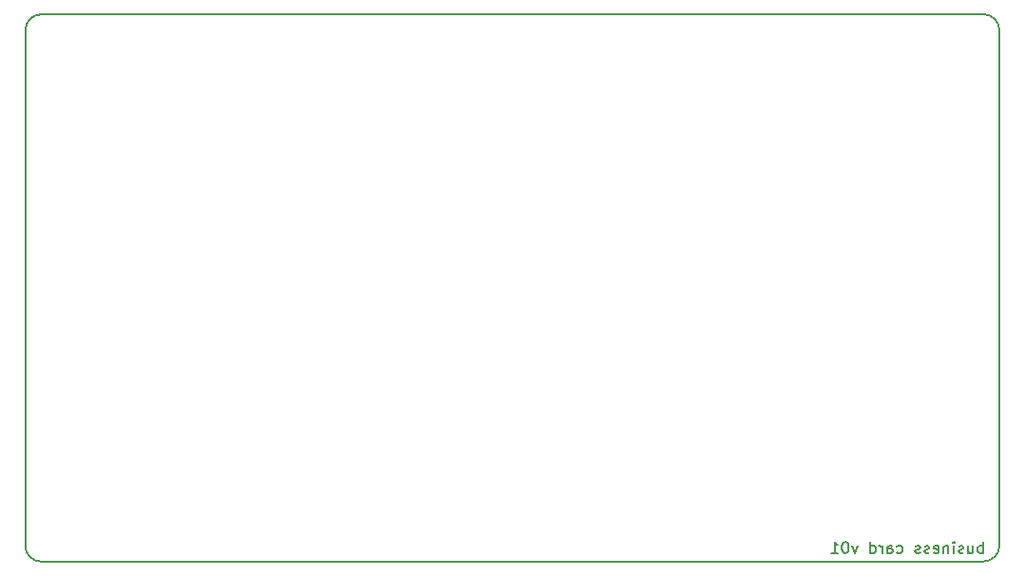
<source format=gbr>
%TF.GenerationSoftware,KiCad,Pcbnew,8.0.3*%
%TF.CreationDate,2024-06-29T12:04:23+02:00*%
%TF.ProjectId,naive-business-card,62757369-6e65-4737-935f-636172642e6b,v01*%
%TF.SameCoordinates,PX6590fa0PY7bfa480*%
%TF.FileFunction,Legend,Bot*%
%TF.FilePolarity,Positive*%
%FSLAX46Y46*%
G04 Gerber Fmt 4.6, Leading zero omitted, Abs format (unit mm)*
G04 Created by KiCad (PCBNEW 8.0.3) date 2024-06-29 12:04:23*
%MOMM*%
%LPD*%
G01*
G04 APERTURE LIST*
%ADD10C,0.150000*%
G04 APERTURE END LIST*
D10*
X88410051Y49010051D02*
X88410051Y2989949D01*
X3000000Y50400000D02*
X87010051Y50410051D01*
X1600000Y49000000D02*
G75*
G02*
X3000000Y50400000I1400000J0D01*
G01*
X87010051Y50410051D02*
G75*
G02*
X88410051Y49010051I-51J-1400051D01*
G01*
X1600000Y49000000D02*
X1589561Y2989949D01*
X2989949Y1589949D02*
X87010051Y1589949D01*
X2989949Y1589949D02*
G75*
G02*
X1589949Y2989949I51J1400051D01*
G01*
X88410051Y2989949D02*
G75*
G02*
X87010051Y1589949I-1400051J51D01*
G01*
X86963220Y2330181D02*
X86963220Y3330181D01*
X86963220Y2949229D02*
X86867982Y2996848D01*
X86867982Y2996848D02*
X86677506Y2996848D01*
X86677506Y2996848D02*
X86582268Y2949229D01*
X86582268Y2949229D02*
X86534649Y2901610D01*
X86534649Y2901610D02*
X86487030Y2806372D01*
X86487030Y2806372D02*
X86487030Y2520658D01*
X86487030Y2520658D02*
X86534649Y2425420D01*
X86534649Y2425420D02*
X86582268Y2377800D01*
X86582268Y2377800D02*
X86677506Y2330181D01*
X86677506Y2330181D02*
X86867982Y2330181D01*
X86867982Y2330181D02*
X86963220Y2377800D01*
X85629887Y2996848D02*
X85629887Y2330181D01*
X86058458Y2996848D02*
X86058458Y2473039D01*
X86058458Y2473039D02*
X86010839Y2377800D01*
X86010839Y2377800D02*
X85915601Y2330181D01*
X85915601Y2330181D02*
X85772744Y2330181D01*
X85772744Y2330181D02*
X85677506Y2377800D01*
X85677506Y2377800D02*
X85629887Y2425420D01*
X85201315Y2377800D02*
X85106077Y2330181D01*
X85106077Y2330181D02*
X84915601Y2330181D01*
X84915601Y2330181D02*
X84820363Y2377800D01*
X84820363Y2377800D02*
X84772744Y2473039D01*
X84772744Y2473039D02*
X84772744Y2520658D01*
X84772744Y2520658D02*
X84820363Y2615896D01*
X84820363Y2615896D02*
X84915601Y2663515D01*
X84915601Y2663515D02*
X85058458Y2663515D01*
X85058458Y2663515D02*
X85153696Y2711134D01*
X85153696Y2711134D02*
X85201315Y2806372D01*
X85201315Y2806372D02*
X85201315Y2853991D01*
X85201315Y2853991D02*
X85153696Y2949229D01*
X85153696Y2949229D02*
X85058458Y2996848D01*
X85058458Y2996848D02*
X84915601Y2996848D01*
X84915601Y2996848D02*
X84820363Y2949229D01*
X84344172Y2330181D02*
X84344172Y2996848D01*
X84344172Y3330181D02*
X84391791Y3282562D01*
X84391791Y3282562D02*
X84344172Y3234943D01*
X84344172Y3234943D02*
X84296553Y3282562D01*
X84296553Y3282562D02*
X84344172Y3330181D01*
X84344172Y3330181D02*
X84344172Y3234943D01*
X83867982Y2996848D02*
X83867982Y2330181D01*
X83867982Y2901610D02*
X83820363Y2949229D01*
X83820363Y2949229D02*
X83725125Y2996848D01*
X83725125Y2996848D02*
X83582268Y2996848D01*
X83582268Y2996848D02*
X83487030Y2949229D01*
X83487030Y2949229D02*
X83439411Y2853991D01*
X83439411Y2853991D02*
X83439411Y2330181D01*
X82582268Y2377800D02*
X82677506Y2330181D01*
X82677506Y2330181D02*
X82867982Y2330181D01*
X82867982Y2330181D02*
X82963220Y2377800D01*
X82963220Y2377800D02*
X83010839Y2473039D01*
X83010839Y2473039D02*
X83010839Y2853991D01*
X83010839Y2853991D02*
X82963220Y2949229D01*
X82963220Y2949229D02*
X82867982Y2996848D01*
X82867982Y2996848D02*
X82677506Y2996848D01*
X82677506Y2996848D02*
X82582268Y2949229D01*
X82582268Y2949229D02*
X82534649Y2853991D01*
X82534649Y2853991D02*
X82534649Y2758753D01*
X82534649Y2758753D02*
X83010839Y2663515D01*
X82153696Y2377800D02*
X82058458Y2330181D01*
X82058458Y2330181D02*
X81867982Y2330181D01*
X81867982Y2330181D02*
X81772744Y2377800D01*
X81772744Y2377800D02*
X81725125Y2473039D01*
X81725125Y2473039D02*
X81725125Y2520658D01*
X81725125Y2520658D02*
X81772744Y2615896D01*
X81772744Y2615896D02*
X81867982Y2663515D01*
X81867982Y2663515D02*
X82010839Y2663515D01*
X82010839Y2663515D02*
X82106077Y2711134D01*
X82106077Y2711134D02*
X82153696Y2806372D01*
X82153696Y2806372D02*
X82153696Y2853991D01*
X82153696Y2853991D02*
X82106077Y2949229D01*
X82106077Y2949229D02*
X82010839Y2996848D01*
X82010839Y2996848D02*
X81867982Y2996848D01*
X81867982Y2996848D02*
X81772744Y2949229D01*
X81344172Y2377800D02*
X81248934Y2330181D01*
X81248934Y2330181D02*
X81058458Y2330181D01*
X81058458Y2330181D02*
X80963220Y2377800D01*
X80963220Y2377800D02*
X80915601Y2473039D01*
X80915601Y2473039D02*
X80915601Y2520658D01*
X80915601Y2520658D02*
X80963220Y2615896D01*
X80963220Y2615896D02*
X81058458Y2663515D01*
X81058458Y2663515D02*
X81201315Y2663515D01*
X81201315Y2663515D02*
X81296553Y2711134D01*
X81296553Y2711134D02*
X81344172Y2806372D01*
X81344172Y2806372D02*
X81344172Y2853991D01*
X81344172Y2853991D02*
X81296553Y2949229D01*
X81296553Y2949229D02*
X81201315Y2996848D01*
X81201315Y2996848D02*
X81058458Y2996848D01*
X81058458Y2996848D02*
X80963220Y2949229D01*
X79296553Y2377800D02*
X79391791Y2330181D01*
X79391791Y2330181D02*
X79582267Y2330181D01*
X79582267Y2330181D02*
X79677505Y2377800D01*
X79677505Y2377800D02*
X79725124Y2425420D01*
X79725124Y2425420D02*
X79772743Y2520658D01*
X79772743Y2520658D02*
X79772743Y2806372D01*
X79772743Y2806372D02*
X79725124Y2901610D01*
X79725124Y2901610D02*
X79677505Y2949229D01*
X79677505Y2949229D02*
X79582267Y2996848D01*
X79582267Y2996848D02*
X79391791Y2996848D01*
X79391791Y2996848D02*
X79296553Y2949229D01*
X78439410Y2330181D02*
X78439410Y2853991D01*
X78439410Y2853991D02*
X78487029Y2949229D01*
X78487029Y2949229D02*
X78582267Y2996848D01*
X78582267Y2996848D02*
X78772743Y2996848D01*
X78772743Y2996848D02*
X78867981Y2949229D01*
X78439410Y2377800D02*
X78534648Y2330181D01*
X78534648Y2330181D02*
X78772743Y2330181D01*
X78772743Y2330181D02*
X78867981Y2377800D01*
X78867981Y2377800D02*
X78915600Y2473039D01*
X78915600Y2473039D02*
X78915600Y2568277D01*
X78915600Y2568277D02*
X78867981Y2663515D01*
X78867981Y2663515D02*
X78772743Y2711134D01*
X78772743Y2711134D02*
X78534648Y2711134D01*
X78534648Y2711134D02*
X78439410Y2758753D01*
X77963219Y2330181D02*
X77963219Y2996848D01*
X77963219Y2806372D02*
X77915600Y2901610D01*
X77915600Y2901610D02*
X77867981Y2949229D01*
X77867981Y2949229D02*
X77772743Y2996848D01*
X77772743Y2996848D02*
X77677505Y2996848D01*
X76915600Y2330181D02*
X76915600Y3330181D01*
X76915600Y2377800D02*
X77010838Y2330181D01*
X77010838Y2330181D02*
X77201314Y2330181D01*
X77201314Y2330181D02*
X77296552Y2377800D01*
X77296552Y2377800D02*
X77344171Y2425420D01*
X77344171Y2425420D02*
X77391790Y2520658D01*
X77391790Y2520658D02*
X77391790Y2806372D01*
X77391790Y2806372D02*
X77344171Y2901610D01*
X77344171Y2901610D02*
X77296552Y2949229D01*
X77296552Y2949229D02*
X77201314Y2996848D01*
X77201314Y2996848D02*
X77010838Y2996848D01*
X77010838Y2996848D02*
X76915600Y2949229D01*
X75772742Y2996848D02*
X75534647Y2330181D01*
X75534647Y2330181D02*
X75296552Y2996848D01*
X74725123Y3330181D02*
X74629885Y3330181D01*
X74629885Y3330181D02*
X74534647Y3282562D01*
X74534647Y3282562D02*
X74487028Y3234943D01*
X74487028Y3234943D02*
X74439409Y3139705D01*
X74439409Y3139705D02*
X74391790Y2949229D01*
X74391790Y2949229D02*
X74391790Y2711134D01*
X74391790Y2711134D02*
X74439409Y2520658D01*
X74439409Y2520658D02*
X74487028Y2425420D01*
X74487028Y2425420D02*
X74534647Y2377800D01*
X74534647Y2377800D02*
X74629885Y2330181D01*
X74629885Y2330181D02*
X74725123Y2330181D01*
X74725123Y2330181D02*
X74820361Y2377800D01*
X74820361Y2377800D02*
X74867980Y2425420D01*
X74867980Y2425420D02*
X74915599Y2520658D01*
X74915599Y2520658D02*
X74963218Y2711134D01*
X74963218Y2711134D02*
X74963218Y2949229D01*
X74963218Y2949229D02*
X74915599Y3139705D01*
X74915599Y3139705D02*
X74867980Y3234943D01*
X74867980Y3234943D02*
X74820361Y3282562D01*
X74820361Y3282562D02*
X74725123Y3330181D01*
X73439409Y2330181D02*
X74010837Y2330181D01*
X73725123Y2330181D02*
X73725123Y3330181D01*
X73725123Y3330181D02*
X73820361Y3187324D01*
X73820361Y3187324D02*
X73915599Y3092086D01*
X73915599Y3092086D02*
X74010837Y3044467D01*
M02*

</source>
